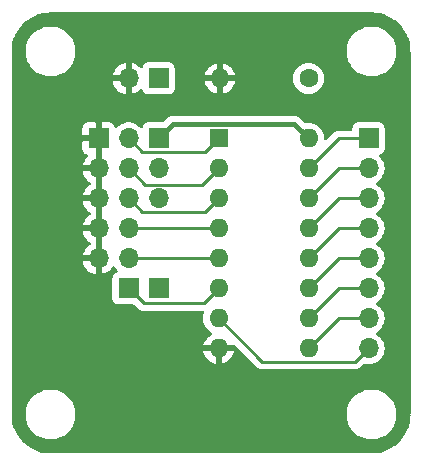
<source format=gtl>
G04 #@! TF.GenerationSoftware,KiCad,Pcbnew,(6.0.0)*
G04 #@! TF.CreationDate,2022-11-09T00:12:50-05:00*
G04 #@! TF.ProjectId,chip select multiplexer,63686970-2073-4656-9c65-6374206d756c,rev?*
G04 #@! TF.SameCoordinates,Original*
G04 #@! TF.FileFunction,Copper,L1,Top*
G04 #@! TF.FilePolarity,Positive*
%FSLAX46Y46*%
G04 Gerber Fmt 4.6, Leading zero omitted, Abs format (unit mm)*
G04 Created by KiCad (PCBNEW (6.0.0)) date 2022-11-09 00:12:50*
%MOMM*%
%LPD*%
G01*
G04 APERTURE LIST*
G04 #@! TA.AperFunction,ComponentPad*
%ADD10R,1.700000X1.700000*%
G04 #@! TD*
G04 #@! TA.AperFunction,ComponentPad*
%ADD11O,1.700000X1.700000*%
G04 #@! TD*
G04 #@! TA.AperFunction,ComponentPad*
%ADD12R,1.600000X1.600000*%
G04 #@! TD*
G04 #@! TA.AperFunction,ComponentPad*
%ADD13O,1.600000X1.600000*%
G04 #@! TD*
G04 #@! TA.AperFunction,ComponentPad*
%ADD14C,1.600000*%
G04 #@! TD*
G04 #@! TA.AperFunction,Conductor*
%ADD15C,0.400000*%
G04 #@! TD*
G04 #@! TA.AperFunction,Conductor*
%ADD16C,0.250000*%
G04 #@! TD*
G04 APERTURE END LIST*
D10*
X127000000Y-81280000D03*
D11*
X127000000Y-83820000D03*
X127000000Y-86360000D03*
X127000000Y-88900000D03*
X127000000Y-91440000D03*
D10*
X132080000Y-81280000D03*
D11*
X132080000Y-83820000D03*
X132080000Y-86360000D03*
D10*
X129540000Y-93980000D03*
D11*
X129540000Y-91440000D03*
X129540000Y-88900000D03*
X129540000Y-86360000D03*
X129540000Y-83820000D03*
X129540000Y-81280000D03*
D10*
X132080000Y-93980000D03*
D12*
X137160000Y-81280000D03*
D13*
X137160000Y-83820000D03*
X137160000Y-86360000D03*
X137160000Y-88900000D03*
X137160000Y-91440000D03*
X137160000Y-93980000D03*
X137160000Y-96520000D03*
X137160000Y-99060000D03*
X144780000Y-99060000D03*
X144780000Y-96520000D03*
X144780000Y-93980000D03*
X144780000Y-91440000D03*
X144780000Y-88900000D03*
X144780000Y-86360000D03*
X144780000Y-83820000D03*
X144780000Y-81280000D03*
D14*
X144780000Y-76200000D03*
D13*
X137280000Y-76200000D03*
D10*
X132080000Y-76200000D03*
D11*
X129540000Y-76200000D03*
D10*
X149860000Y-81280000D03*
D11*
X149860000Y-83820000D03*
X149860000Y-86360000D03*
X149860000Y-88900000D03*
X149860000Y-91440000D03*
X149860000Y-93980000D03*
X149860000Y-96520000D03*
X149860000Y-99060000D03*
D15*
X133279511Y-80080489D02*
X143580489Y-80080489D01*
X143580489Y-80080489D02*
X144780000Y-81280000D01*
X132080000Y-81280000D02*
X133279511Y-80080489D01*
D16*
X135890000Y-95250000D02*
X130810000Y-95250000D01*
X137160000Y-93980000D02*
X135890000Y-95250000D01*
X130810000Y-95250000D02*
X129540000Y-93980000D01*
X137160000Y-91440000D02*
X129540000Y-91440000D01*
X137160000Y-88900000D02*
X129540000Y-88900000D01*
X130714511Y-87534511D02*
X129540000Y-86360000D01*
X135985489Y-87534511D02*
X137160000Y-86360000D01*
X135985489Y-87534511D02*
X130714511Y-87534511D01*
X130905489Y-85185489D02*
X129540000Y-83820000D01*
X135794511Y-85185489D02*
X137160000Y-83820000D01*
X135794511Y-85185489D02*
X130905489Y-85185489D01*
X135985489Y-82454511D02*
X130714511Y-82454511D01*
X130714511Y-82454511D02*
X129540000Y-81280000D01*
X135985489Y-82454511D02*
X137160000Y-81280000D01*
X149860000Y-81280000D02*
X147320000Y-81280000D01*
X147320000Y-81280000D02*
X144780000Y-83820000D01*
X147320000Y-83820000D02*
X144780000Y-86360000D01*
X149860000Y-83820000D02*
X147320000Y-83820000D01*
X147320000Y-86360000D02*
X144780000Y-88900000D01*
X149860000Y-86360000D02*
X147320000Y-86360000D01*
X147320000Y-88900000D02*
X144780000Y-91440000D01*
X149860000Y-88900000D02*
X147320000Y-88900000D01*
X149860000Y-91440000D02*
X147320000Y-91440000D01*
X147320000Y-91440000D02*
X144780000Y-93980000D01*
X149860000Y-93980000D02*
X147320000Y-93980000D01*
X147320000Y-93980000D02*
X144780000Y-96520000D01*
X147320000Y-96520000D02*
X144780000Y-99060000D01*
X149860000Y-96520000D02*
X147320000Y-96520000D01*
X149860000Y-99060000D02*
X148735489Y-100184511D01*
X148735489Y-100184511D02*
X140824511Y-100184511D01*
X140824511Y-100184511D02*
X137160000Y-96520000D01*
G04 #@! TA.AperFunction,Conductor*
G36*
X150084057Y-70613500D02*
G01*
X150098858Y-70615805D01*
X150098861Y-70615805D01*
X150107730Y-70617186D01*
X150126411Y-70614743D01*
X150149342Y-70613852D01*
X150452557Y-70629743D01*
X150465665Y-70631120D01*
X150705285Y-70669072D01*
X150794002Y-70683123D01*
X150806902Y-70685865D01*
X151128000Y-70771903D01*
X151140536Y-70775977D01*
X151413358Y-70880703D01*
X151450876Y-70895105D01*
X151462924Y-70900469D01*
X151759120Y-71051388D01*
X151770536Y-71057979D01*
X152049334Y-71239033D01*
X152059996Y-71246779D01*
X152318344Y-71455984D01*
X152328145Y-71464810D01*
X152563190Y-71699855D01*
X152572015Y-71709655D01*
X152714787Y-71885964D01*
X152781221Y-71968004D01*
X152788967Y-71978666D01*
X152970018Y-72257459D01*
X152976612Y-72268880D01*
X153127531Y-72565076D01*
X153132895Y-72577124D01*
X153252021Y-72887456D01*
X153256097Y-72900000D01*
X153342135Y-73221098D01*
X153344877Y-73233998D01*
X153385760Y-73492124D01*
X153396879Y-73562329D01*
X153398257Y-73575443D01*
X153408823Y-73777049D01*
X153413764Y-73871330D01*
X153412436Y-73897312D01*
X153412195Y-73898856D01*
X153412195Y-73898860D01*
X153410814Y-73907730D01*
X153411978Y-73916632D01*
X153411978Y-73916635D01*
X153414936Y-73939251D01*
X153416000Y-73955589D01*
X153416000Y-104598672D01*
X153414500Y-104618056D01*
X153410814Y-104641730D01*
X153413257Y-104660410D01*
X153414148Y-104683343D01*
X153398257Y-104986554D01*
X153396880Y-104999665D01*
X153383656Y-105083159D01*
X153344877Y-105328002D01*
X153342135Y-105340902D01*
X153256097Y-105662000D01*
X153252021Y-105674544D01*
X153132895Y-105984876D01*
X153127531Y-105996924D01*
X152976612Y-106293120D01*
X152970021Y-106304536D01*
X152788967Y-106583334D01*
X152781224Y-106593992D01*
X152572016Y-106852344D01*
X152563190Y-106862145D01*
X152328145Y-107097190D01*
X152318344Y-107106016D01*
X152059996Y-107315221D01*
X152049334Y-107322967D01*
X151770536Y-107504021D01*
X151759120Y-107510612D01*
X151462924Y-107661531D01*
X151450875Y-107666895D01*
X151140536Y-107786023D01*
X151128000Y-107790097D01*
X150806902Y-107876135D01*
X150794002Y-107878877D01*
X150705285Y-107892928D01*
X150465665Y-107930880D01*
X150452557Y-107932257D01*
X150156666Y-107947764D01*
X150130688Y-107946436D01*
X150129144Y-107946195D01*
X150129140Y-107946195D01*
X150120270Y-107944814D01*
X150111368Y-107945978D01*
X150111365Y-107945978D01*
X150088749Y-107948936D01*
X150072411Y-107950000D01*
X122985328Y-107950000D01*
X122965943Y-107948500D01*
X122951142Y-107946195D01*
X122951139Y-107946195D01*
X122942270Y-107944814D01*
X122923589Y-107947257D01*
X122900658Y-107948148D01*
X122597443Y-107932257D01*
X122584335Y-107930880D01*
X122344715Y-107892928D01*
X122255998Y-107878877D01*
X122243098Y-107876135D01*
X121922000Y-107790097D01*
X121909464Y-107786023D01*
X121599125Y-107666895D01*
X121587076Y-107661531D01*
X121290880Y-107510612D01*
X121279464Y-107504021D01*
X121000666Y-107322967D01*
X120990004Y-107315221D01*
X120731656Y-107106016D01*
X120721855Y-107097190D01*
X120486810Y-106862145D01*
X120477984Y-106852344D01*
X120268776Y-106593992D01*
X120261033Y-106583334D01*
X120079979Y-106304536D01*
X120073388Y-106293120D01*
X119922469Y-105996924D01*
X119917105Y-105984876D01*
X119797979Y-105674544D01*
X119793903Y-105662000D01*
X119707865Y-105340902D01*
X119705123Y-105328002D01*
X119666344Y-105083159D01*
X119653120Y-104999665D01*
X119651743Y-104986554D01*
X119641887Y-104798488D01*
X119640955Y-104780703D01*
X120826743Y-104780703D01*
X120864268Y-105065734D01*
X120940129Y-105343036D01*
X120941813Y-105346984D01*
X120982460Y-105442278D01*
X121052923Y-105607476D01*
X121200561Y-105854161D01*
X121380313Y-106078528D01*
X121588851Y-106276423D01*
X121822317Y-106444186D01*
X121826112Y-106446195D01*
X121826113Y-106446196D01*
X121847869Y-106457715D01*
X122076392Y-106578712D01*
X122346373Y-106677511D01*
X122627264Y-106738755D01*
X122655841Y-106741004D01*
X122850282Y-106756307D01*
X122850291Y-106756307D01*
X122852739Y-106756500D01*
X123008271Y-106756500D01*
X123010407Y-106756354D01*
X123010418Y-106756354D01*
X123218548Y-106742165D01*
X123218554Y-106742164D01*
X123222825Y-106741873D01*
X123227020Y-106741004D01*
X123227022Y-106741004D01*
X123363584Y-106712723D01*
X123504342Y-106683574D01*
X123775343Y-106587607D01*
X124030812Y-106455750D01*
X124034313Y-106453289D01*
X124034317Y-106453287D01*
X124148418Y-106373095D01*
X124266023Y-106290441D01*
X124476622Y-106094740D01*
X124658713Y-105872268D01*
X124808927Y-105627142D01*
X124924483Y-105363898D01*
X125003244Y-105087406D01*
X125043751Y-104802784D01*
X125043845Y-104784951D01*
X125043867Y-104780703D01*
X148004743Y-104780703D01*
X148042268Y-105065734D01*
X148118129Y-105343036D01*
X148119813Y-105346984D01*
X148160460Y-105442278D01*
X148230923Y-105607476D01*
X148378561Y-105854161D01*
X148558313Y-106078528D01*
X148766851Y-106276423D01*
X149000317Y-106444186D01*
X149004112Y-106446195D01*
X149004113Y-106446196D01*
X149025869Y-106457715D01*
X149254392Y-106578712D01*
X149524373Y-106677511D01*
X149805264Y-106738755D01*
X149833841Y-106741004D01*
X150028282Y-106756307D01*
X150028291Y-106756307D01*
X150030739Y-106756500D01*
X150186271Y-106756500D01*
X150188407Y-106756354D01*
X150188418Y-106756354D01*
X150396548Y-106742165D01*
X150396554Y-106742164D01*
X150400825Y-106741873D01*
X150405020Y-106741004D01*
X150405022Y-106741004D01*
X150541584Y-106712723D01*
X150682342Y-106683574D01*
X150953343Y-106587607D01*
X151208812Y-106455750D01*
X151212313Y-106453289D01*
X151212317Y-106453287D01*
X151326418Y-106373095D01*
X151444023Y-106290441D01*
X151654622Y-106094740D01*
X151836713Y-105872268D01*
X151986927Y-105627142D01*
X152102483Y-105363898D01*
X152181244Y-105087406D01*
X152221751Y-104802784D01*
X152221845Y-104784951D01*
X152223235Y-104519583D01*
X152223235Y-104519576D01*
X152223257Y-104515297D01*
X152185732Y-104230266D01*
X152109871Y-103952964D01*
X151997077Y-103688524D01*
X151849439Y-103441839D01*
X151669687Y-103217472D01*
X151461149Y-103019577D01*
X151227683Y-102851814D01*
X151205843Y-102840250D01*
X151182654Y-102827972D01*
X150973608Y-102717288D01*
X150703627Y-102618489D01*
X150422736Y-102557245D01*
X150391685Y-102554801D01*
X150199718Y-102539693D01*
X150199709Y-102539693D01*
X150197261Y-102539500D01*
X150041729Y-102539500D01*
X150039593Y-102539646D01*
X150039582Y-102539646D01*
X149831452Y-102553835D01*
X149831446Y-102553836D01*
X149827175Y-102554127D01*
X149822980Y-102554996D01*
X149822978Y-102554996D01*
X149686417Y-102583276D01*
X149545658Y-102612426D01*
X149274657Y-102708393D01*
X149019188Y-102840250D01*
X149015687Y-102842711D01*
X149015683Y-102842713D01*
X149005594Y-102849804D01*
X148783977Y-103005559D01*
X148573378Y-103201260D01*
X148391287Y-103423732D01*
X148241073Y-103668858D01*
X148125517Y-103932102D01*
X148046756Y-104208594D01*
X148006249Y-104493216D01*
X148006227Y-104497505D01*
X148006226Y-104497512D01*
X148004765Y-104776417D01*
X148004743Y-104780703D01*
X125043867Y-104780703D01*
X125045235Y-104519583D01*
X125045235Y-104519576D01*
X125045257Y-104515297D01*
X125007732Y-104230266D01*
X124931871Y-103952964D01*
X124819077Y-103688524D01*
X124671439Y-103441839D01*
X124491687Y-103217472D01*
X124283149Y-103019577D01*
X124049683Y-102851814D01*
X124027843Y-102840250D01*
X124004654Y-102827972D01*
X123795608Y-102717288D01*
X123525627Y-102618489D01*
X123244736Y-102557245D01*
X123213685Y-102554801D01*
X123021718Y-102539693D01*
X123021709Y-102539693D01*
X123019261Y-102539500D01*
X122863729Y-102539500D01*
X122861593Y-102539646D01*
X122861582Y-102539646D01*
X122653452Y-102553835D01*
X122653446Y-102553836D01*
X122649175Y-102554127D01*
X122644980Y-102554996D01*
X122644978Y-102554996D01*
X122508417Y-102583276D01*
X122367658Y-102612426D01*
X122096657Y-102708393D01*
X121841188Y-102840250D01*
X121837687Y-102842711D01*
X121837683Y-102842713D01*
X121827594Y-102849804D01*
X121605977Y-103005559D01*
X121395378Y-103201260D01*
X121213287Y-103423732D01*
X121063073Y-103668858D01*
X120947517Y-103932102D01*
X120868756Y-104208594D01*
X120828249Y-104493216D01*
X120828227Y-104497505D01*
X120828226Y-104497512D01*
X120826765Y-104776417D01*
X120826743Y-104780703D01*
X119640955Y-104780703D01*
X119636236Y-104690666D01*
X119637564Y-104664688D01*
X119637805Y-104663144D01*
X119637805Y-104663140D01*
X119639186Y-104654270D01*
X119637547Y-104641730D01*
X119635064Y-104622749D01*
X119634000Y-104606411D01*
X119634000Y-99326522D01*
X135877273Y-99326522D01*
X135924764Y-99503761D01*
X135928510Y-99514053D01*
X136020586Y-99711511D01*
X136026069Y-99721007D01*
X136151028Y-99899467D01*
X136158084Y-99907875D01*
X136312125Y-100061916D01*
X136320533Y-100068972D01*
X136498993Y-100193931D01*
X136508489Y-100199414D01*
X136705947Y-100291490D01*
X136716239Y-100295236D01*
X136888503Y-100341394D01*
X136902599Y-100341058D01*
X136906000Y-100333116D01*
X136906000Y-100327967D01*
X137414000Y-100327967D01*
X137417973Y-100341498D01*
X137426522Y-100342727D01*
X137603761Y-100295236D01*
X137614053Y-100291490D01*
X137811511Y-100199414D01*
X137821007Y-100193931D01*
X137999467Y-100068972D01*
X138007875Y-100061916D01*
X138161916Y-99907875D01*
X138168972Y-99899467D01*
X138293931Y-99721007D01*
X138299414Y-99711511D01*
X138391490Y-99514053D01*
X138395236Y-99503761D01*
X138441394Y-99331497D01*
X138441058Y-99317401D01*
X138433116Y-99314000D01*
X137432115Y-99314000D01*
X137416876Y-99318475D01*
X137415671Y-99319865D01*
X137414000Y-99327548D01*
X137414000Y-100327967D01*
X136906000Y-100327967D01*
X136906000Y-99332115D01*
X136901525Y-99316876D01*
X136900135Y-99315671D01*
X136892452Y-99314000D01*
X135892033Y-99314000D01*
X135878502Y-99317973D01*
X135877273Y-99326522D01*
X119634000Y-99326522D01*
X119634000Y-91707966D01*
X125668257Y-91707966D01*
X125698565Y-91842446D01*
X125701645Y-91852275D01*
X125781770Y-92049603D01*
X125786413Y-92058794D01*
X125897694Y-92240388D01*
X125903777Y-92248699D01*
X126043213Y-92409667D01*
X126050580Y-92416883D01*
X126214434Y-92552916D01*
X126222881Y-92558831D01*
X126406756Y-92666279D01*
X126416042Y-92670729D01*
X126615001Y-92746703D01*
X126624899Y-92749579D01*
X126728250Y-92770606D01*
X126742299Y-92769410D01*
X126746000Y-92759065D01*
X126746000Y-92758517D01*
X127254000Y-92758517D01*
X127258064Y-92772359D01*
X127271478Y-92774393D01*
X127278184Y-92773534D01*
X127288262Y-92771392D01*
X127492255Y-92710191D01*
X127501842Y-92706433D01*
X127693095Y-92612739D01*
X127701945Y-92607464D01*
X127875328Y-92483792D01*
X127883200Y-92477139D01*
X128034052Y-92326812D01*
X128040730Y-92318965D01*
X128168022Y-92141819D01*
X128169279Y-92142722D01*
X128216373Y-92099362D01*
X128286311Y-92087145D01*
X128351751Y-92114678D01*
X128379579Y-92146511D01*
X128439987Y-92245088D01*
X128586250Y-92413938D01*
X128590230Y-92417242D01*
X128594981Y-92421187D01*
X128634616Y-92480090D01*
X128636113Y-92551071D01*
X128598997Y-92611593D01*
X128558725Y-92636112D01*
X128478255Y-92666279D01*
X128443295Y-92679385D01*
X128326739Y-92766739D01*
X128239385Y-92883295D01*
X128188255Y-93019684D01*
X128181500Y-93081866D01*
X128181500Y-94878134D01*
X128188255Y-94940316D01*
X128239385Y-95076705D01*
X128326739Y-95193261D01*
X128443295Y-95280615D01*
X128579684Y-95331745D01*
X128641866Y-95338500D01*
X129950406Y-95338500D01*
X130018527Y-95358502D01*
X130039501Y-95375405D01*
X130306343Y-95642247D01*
X130313887Y-95650537D01*
X130318000Y-95657018D01*
X130323777Y-95662443D01*
X130367667Y-95703658D01*
X130370509Y-95706413D01*
X130390230Y-95726134D01*
X130393425Y-95728612D01*
X130402447Y-95736318D01*
X130434679Y-95766586D01*
X130441628Y-95770406D01*
X130452432Y-95776346D01*
X130468956Y-95787199D01*
X130484959Y-95799613D01*
X130525543Y-95817176D01*
X130536173Y-95822383D01*
X130574940Y-95843695D01*
X130582617Y-95845666D01*
X130582622Y-95845668D01*
X130594558Y-95848732D01*
X130613266Y-95855137D01*
X130631855Y-95863181D01*
X130639683Y-95864421D01*
X130639690Y-95864423D01*
X130675524Y-95870099D01*
X130687144Y-95872505D01*
X130718959Y-95880673D01*
X130729970Y-95883500D01*
X130750224Y-95883500D01*
X130769934Y-95885051D01*
X130789943Y-95888220D01*
X130797835Y-95887474D01*
X130828788Y-95884548D01*
X130833962Y-95884059D01*
X130845819Y-95883500D01*
X135811233Y-95883500D01*
X135822418Y-95884027D01*
X135829909Y-95885702D01*
X135830126Y-95885695D01*
X135892876Y-95910745D01*
X135934115Y-95968536D01*
X135937562Y-96039449D01*
X135929280Y-96063114D01*
X135925716Y-96070757D01*
X135924294Y-96076065D01*
X135924293Y-96076067D01*
X135867883Y-96286591D01*
X135866457Y-96291913D01*
X135846502Y-96520000D01*
X135866457Y-96748087D01*
X135867880Y-96753398D01*
X135867881Y-96753402D01*
X135883460Y-96811541D01*
X135925716Y-96969243D01*
X135928039Y-96974224D01*
X135928039Y-96974225D01*
X136020151Y-97171762D01*
X136020154Y-97171767D01*
X136022477Y-97176749D01*
X136025634Y-97181257D01*
X136129078Y-97328990D01*
X136153802Y-97364300D01*
X136315700Y-97526198D01*
X136320208Y-97529355D01*
X136320211Y-97529357D01*
X136360445Y-97557529D01*
X136503251Y-97657523D01*
X136508233Y-97659846D01*
X136508238Y-97659849D01*
X136543049Y-97676081D01*
X136596334Y-97722998D01*
X136615795Y-97791275D01*
X136595253Y-97859235D01*
X136543049Y-97904471D01*
X136508489Y-97920586D01*
X136498993Y-97926069D01*
X136320533Y-98051028D01*
X136312125Y-98058084D01*
X136158084Y-98212125D01*
X136151028Y-98220533D01*
X136026069Y-98398993D01*
X136020586Y-98408489D01*
X135928510Y-98605947D01*
X135924764Y-98616239D01*
X135878606Y-98788503D01*
X135878942Y-98802599D01*
X135886884Y-98806000D01*
X138427967Y-98806000D01*
X138450645Y-98799341D01*
X138521641Y-98799341D01*
X138575238Y-98831142D01*
X140320854Y-100576758D01*
X140328398Y-100585048D01*
X140332511Y-100591529D01*
X140338288Y-100596954D01*
X140382178Y-100638169D01*
X140385020Y-100640924D01*
X140404741Y-100660645D01*
X140407936Y-100663123D01*
X140416958Y-100670829D01*
X140449190Y-100701097D01*
X140456139Y-100704917D01*
X140466943Y-100710857D01*
X140483467Y-100721710D01*
X140499470Y-100734124D01*
X140540054Y-100751687D01*
X140550684Y-100756894D01*
X140589451Y-100778206D01*
X140597128Y-100780177D01*
X140597133Y-100780179D01*
X140609069Y-100783243D01*
X140627777Y-100789648D01*
X140646366Y-100797692D01*
X140654194Y-100798932D01*
X140654201Y-100798934D01*
X140690035Y-100804610D01*
X140701655Y-100807016D01*
X140733470Y-100815184D01*
X140744481Y-100818011D01*
X140764735Y-100818011D01*
X140784445Y-100819562D01*
X140804454Y-100822731D01*
X140812346Y-100821985D01*
X140831091Y-100820213D01*
X140848473Y-100818570D01*
X140860330Y-100818011D01*
X148656722Y-100818011D01*
X148667905Y-100818538D01*
X148675398Y-100820213D01*
X148683324Y-100819964D01*
X148683325Y-100819964D01*
X148743475Y-100818073D01*
X148747434Y-100818011D01*
X148775345Y-100818011D01*
X148779280Y-100817514D01*
X148779345Y-100817506D01*
X148791182Y-100816573D01*
X148823440Y-100815559D01*
X148827459Y-100815433D01*
X148835378Y-100815184D01*
X148854832Y-100809532D01*
X148874189Y-100805524D01*
X148886419Y-100803979D01*
X148886420Y-100803979D01*
X148894286Y-100802985D01*
X148901657Y-100800066D01*
X148901659Y-100800066D01*
X148935401Y-100786707D01*
X148946631Y-100782862D01*
X148981472Y-100772740D01*
X148981473Y-100772740D01*
X148989082Y-100770529D01*
X148995901Y-100766496D01*
X148995906Y-100766494D01*
X149006517Y-100760218D01*
X149024265Y-100751523D01*
X149043106Y-100744063D01*
X149063476Y-100729264D01*
X149078876Y-100718075D01*
X149088796Y-100711559D01*
X149120024Y-100693091D01*
X149120027Y-100693089D01*
X149126851Y-100689053D01*
X149141172Y-100674732D01*
X149156206Y-100661891D01*
X149157921Y-100660645D01*
X149172596Y-100649983D01*
X149200787Y-100615906D01*
X149208777Y-100607127D01*
X149404549Y-100411355D01*
X149466861Y-100377329D01*
X149518762Y-100376979D01*
X149698597Y-100413567D01*
X149703772Y-100413757D01*
X149703774Y-100413757D01*
X149916673Y-100421564D01*
X149916677Y-100421564D01*
X149921837Y-100421753D01*
X149926957Y-100421097D01*
X149926959Y-100421097D01*
X150138288Y-100394025D01*
X150138289Y-100394025D01*
X150143416Y-100393368D01*
X150148366Y-100391883D01*
X150352429Y-100330661D01*
X150352434Y-100330659D01*
X150357384Y-100329174D01*
X150557994Y-100230896D01*
X150739860Y-100101173D01*
X150779255Y-100061916D01*
X150894435Y-99947137D01*
X150898096Y-99943489D01*
X151028453Y-99762077D01*
X151127430Y-99561811D01*
X151177409Y-99397310D01*
X151190865Y-99353023D01*
X151190865Y-99353021D01*
X151192370Y-99348069D01*
X151221529Y-99126590D01*
X151223156Y-99060000D01*
X151204852Y-98837361D01*
X151150431Y-98620702D01*
X151061354Y-98415840D01*
X150940014Y-98228277D01*
X150789670Y-98063051D01*
X150785619Y-98059852D01*
X150785615Y-98059848D01*
X150618414Y-97927800D01*
X150618410Y-97927798D01*
X150614359Y-97924598D01*
X150573053Y-97901796D01*
X150523084Y-97851364D01*
X150508312Y-97781921D01*
X150533428Y-97715516D01*
X150560780Y-97688909D01*
X150609207Y-97654366D01*
X150739860Y-97561173D01*
X150771788Y-97529357D01*
X150894435Y-97407137D01*
X150898096Y-97403489D01*
X150929498Y-97359789D01*
X151025435Y-97226277D01*
X151028453Y-97222077D01*
X151032611Y-97213665D01*
X151125136Y-97026453D01*
X151125137Y-97026451D01*
X151127430Y-97021811D01*
X151192370Y-96808069D01*
X151221529Y-96586590D01*
X151223156Y-96520000D01*
X151204852Y-96297361D01*
X151150431Y-96080702D01*
X151061354Y-95875840D01*
X151000079Y-95781123D01*
X150942822Y-95692617D01*
X150942820Y-95692614D01*
X150940014Y-95688277D01*
X150789670Y-95523051D01*
X150785619Y-95519852D01*
X150785615Y-95519848D01*
X150618414Y-95387800D01*
X150618410Y-95387798D01*
X150614359Y-95384598D01*
X150573053Y-95361796D01*
X150523084Y-95311364D01*
X150508312Y-95241921D01*
X150533428Y-95175516D01*
X150560780Y-95148909D01*
X150609207Y-95114366D01*
X150739860Y-95021173D01*
X150771788Y-94989357D01*
X150883400Y-94878134D01*
X150898096Y-94863489D01*
X150929498Y-94819789D01*
X151025435Y-94686277D01*
X151028453Y-94682077D01*
X151032611Y-94673665D01*
X151125136Y-94486453D01*
X151125137Y-94486451D01*
X151127430Y-94481811D01*
X151192370Y-94268069D01*
X151221529Y-94046590D01*
X151223156Y-93980000D01*
X151204852Y-93757361D01*
X151150431Y-93540702D01*
X151061354Y-93335840D01*
X150940014Y-93148277D01*
X150789670Y-92983051D01*
X150785619Y-92979852D01*
X150785615Y-92979848D01*
X150618414Y-92847800D01*
X150618410Y-92847798D01*
X150614359Y-92844598D01*
X150573053Y-92821796D01*
X150523084Y-92771364D01*
X150508312Y-92701921D01*
X150533428Y-92635516D01*
X150560780Y-92608909D01*
X150609207Y-92574366D01*
X150739860Y-92481173D01*
X150771788Y-92449357D01*
X150894435Y-92327137D01*
X150898096Y-92323489D01*
X150929498Y-92279789D01*
X151025435Y-92146277D01*
X151028453Y-92142077D01*
X151032145Y-92134608D01*
X151125136Y-91946453D01*
X151125137Y-91946451D01*
X151127430Y-91941811D01*
X151192370Y-91728069D01*
X151221529Y-91506590D01*
X151223156Y-91440000D01*
X151204852Y-91217361D01*
X151150431Y-91000702D01*
X151061354Y-90795840D01*
X150940014Y-90608277D01*
X150789670Y-90443051D01*
X150785619Y-90439852D01*
X150785615Y-90439848D01*
X150618414Y-90307800D01*
X150618410Y-90307798D01*
X150614359Y-90304598D01*
X150573053Y-90281796D01*
X150523084Y-90231364D01*
X150508312Y-90161921D01*
X150533428Y-90095516D01*
X150560780Y-90068909D01*
X150609207Y-90034366D01*
X150739860Y-89941173D01*
X150771788Y-89909357D01*
X150894435Y-89787137D01*
X150898096Y-89783489D01*
X150929498Y-89739789D01*
X151025435Y-89606277D01*
X151028453Y-89602077D01*
X151032145Y-89594608D01*
X151125136Y-89406453D01*
X151125137Y-89406451D01*
X151127430Y-89401811D01*
X151192370Y-89188069D01*
X151221529Y-88966590D01*
X151223156Y-88900000D01*
X151204852Y-88677361D01*
X151150431Y-88460702D01*
X151061354Y-88255840D01*
X150940014Y-88068277D01*
X150789670Y-87903051D01*
X150785619Y-87899852D01*
X150785615Y-87899848D01*
X150618414Y-87767800D01*
X150618410Y-87767798D01*
X150614359Y-87764598D01*
X150573053Y-87741796D01*
X150523084Y-87691364D01*
X150508312Y-87621921D01*
X150533428Y-87555516D01*
X150560780Y-87528909D01*
X150609207Y-87494366D01*
X150739860Y-87401173D01*
X150771788Y-87369357D01*
X150894435Y-87247137D01*
X150898096Y-87243489D01*
X150929498Y-87199789D01*
X151025435Y-87066277D01*
X151028453Y-87062077D01*
X151032611Y-87053665D01*
X151125136Y-86866453D01*
X151125137Y-86866451D01*
X151127430Y-86861811D01*
X151192370Y-86648069D01*
X151221529Y-86426590D01*
X151223156Y-86360000D01*
X151204852Y-86137361D01*
X151150431Y-85920702D01*
X151061354Y-85715840D01*
X150940014Y-85528277D01*
X150789670Y-85363051D01*
X150785619Y-85359852D01*
X150785615Y-85359848D01*
X150618414Y-85227800D01*
X150618410Y-85227798D01*
X150614359Y-85224598D01*
X150573053Y-85201796D01*
X150523084Y-85151364D01*
X150508312Y-85081921D01*
X150533428Y-85015516D01*
X150560780Y-84988909D01*
X150609207Y-84954366D01*
X150739860Y-84861173D01*
X150771788Y-84829357D01*
X150894435Y-84707137D01*
X150898096Y-84703489D01*
X150929498Y-84659789D01*
X151025435Y-84526277D01*
X151028453Y-84522077D01*
X151032611Y-84513665D01*
X151125136Y-84326453D01*
X151125138Y-84326448D01*
X151127430Y-84321811D01*
X151192370Y-84108069D01*
X151221529Y-83886590D01*
X151223156Y-83820000D01*
X151204852Y-83597361D01*
X151150431Y-83380702D01*
X151061354Y-83175840D01*
X150940014Y-82988277D01*
X150920405Y-82966727D01*
X150792798Y-82826488D01*
X150761746Y-82762642D01*
X150770141Y-82692143D01*
X150815317Y-82637375D01*
X150841761Y-82623706D01*
X150948297Y-82583767D01*
X150956705Y-82580615D01*
X151073261Y-82493261D01*
X151160615Y-82376705D01*
X151211745Y-82240316D01*
X151218500Y-82178134D01*
X151218500Y-80381866D01*
X151211745Y-80319684D01*
X151160615Y-80183295D01*
X151073261Y-80066739D01*
X150956705Y-79979385D01*
X150820316Y-79928255D01*
X150758134Y-79921500D01*
X148961866Y-79921500D01*
X148899684Y-79928255D01*
X148763295Y-79979385D01*
X148646739Y-80066739D01*
X148559385Y-80183295D01*
X148508255Y-80319684D01*
X148501500Y-80381866D01*
X148501500Y-80520500D01*
X148481498Y-80588621D01*
X148427842Y-80635114D01*
X148375500Y-80646500D01*
X147398763Y-80646500D01*
X147387579Y-80645973D01*
X147380091Y-80644299D01*
X147372168Y-80644548D01*
X147312033Y-80646438D01*
X147308075Y-80646500D01*
X147280144Y-80646500D01*
X147276229Y-80646995D01*
X147276225Y-80646995D01*
X147276167Y-80647003D01*
X147276138Y-80647006D01*
X147264296Y-80647939D01*
X147220110Y-80649327D01*
X147202744Y-80654372D01*
X147200658Y-80654978D01*
X147181306Y-80658986D01*
X147169068Y-80660532D01*
X147169066Y-80660533D01*
X147161203Y-80661526D01*
X147120086Y-80677806D01*
X147108885Y-80681641D01*
X147066406Y-80693982D01*
X147059587Y-80698015D01*
X147059582Y-80698017D01*
X147048971Y-80704293D01*
X147031221Y-80712990D01*
X147012383Y-80720448D01*
X147005967Y-80725109D01*
X147005966Y-80725110D01*
X146976625Y-80746428D01*
X146966701Y-80752947D01*
X146935460Y-80771422D01*
X146935455Y-80771426D01*
X146928637Y-80775458D01*
X146914313Y-80789782D01*
X146899281Y-80802621D01*
X146882893Y-80814528D01*
X146856139Y-80846868D01*
X146854712Y-80848593D01*
X146846722Y-80857373D01*
X146306589Y-81397506D01*
X146244277Y-81431532D01*
X146173462Y-81426467D01*
X146116626Y-81383920D01*
X146091815Y-81317400D01*
X146091974Y-81297428D01*
X146093019Y-81285485D01*
X146093019Y-81285475D01*
X146093498Y-81280000D01*
X146073543Y-81051913D01*
X146066600Y-81026000D01*
X146015707Y-80836067D01*
X146015706Y-80836065D01*
X146014284Y-80830757D01*
X146004281Y-80809305D01*
X145919849Y-80628238D01*
X145919846Y-80628233D01*
X145917523Y-80623251D01*
X145786198Y-80435700D01*
X145624300Y-80273802D01*
X145619792Y-80270645D01*
X145619789Y-80270643D01*
X145484780Y-80176109D01*
X145436749Y-80142477D01*
X145431767Y-80140154D01*
X145431762Y-80140151D01*
X145234225Y-80048039D01*
X145234224Y-80048039D01*
X145229243Y-80045716D01*
X145223935Y-80044294D01*
X145223933Y-80044293D01*
X145013402Y-79987881D01*
X145013400Y-79987881D01*
X145008087Y-79986457D01*
X144780000Y-79966502D01*
X144552064Y-79986444D01*
X144482460Y-79972455D01*
X144451988Y-79950018D01*
X144101939Y-79599969D01*
X144096085Y-79593704D01*
X144094301Y-79591659D01*
X144058050Y-79550104D01*
X144005769Y-79513360D01*
X144000475Y-79509428D01*
X143956182Y-79474698D01*
X143950207Y-79470013D01*
X143943291Y-79466890D01*
X143941005Y-79465506D01*
X143926324Y-79457132D01*
X143923964Y-79455867D01*
X143917750Y-79451499D01*
X143910671Y-79448739D01*
X143910669Y-79448738D01*
X143858214Y-79428287D01*
X143852145Y-79425736D01*
X143793916Y-79399444D01*
X143786449Y-79398060D01*
X143783894Y-79397259D01*
X143767641Y-79392630D01*
X143765061Y-79391967D01*
X143757980Y-79389207D01*
X143750449Y-79388216D01*
X143750447Y-79388215D01*
X143720828Y-79384316D01*
X143694628Y-79380867D01*
X143688130Y-79379837D01*
X143625303Y-79368193D01*
X143617723Y-79368630D01*
X143617722Y-79368630D01*
X143563097Y-79371780D01*
X143555843Y-79371989D01*
X133308438Y-79371989D01*
X133299869Y-79371697D01*
X133249736Y-79368279D01*
X133249732Y-79368279D01*
X133242159Y-79367763D01*
X133179192Y-79378753D01*
X133172680Y-79379713D01*
X133109269Y-79387387D01*
X133102168Y-79390070D01*
X133099559Y-79390711D01*
X133083226Y-79395180D01*
X133080706Y-79395941D01*
X133073228Y-79397246D01*
X133066276Y-79400298D01*
X133066275Y-79400298D01*
X133014715Y-79422930D01*
X133008610Y-79425421D01*
X132955967Y-79445314D01*
X132955963Y-79445316D01*
X132948855Y-79448002D01*
X132942594Y-79452305D01*
X132940228Y-79453542D01*
X132925448Y-79461769D01*
X132923163Y-79463120D01*
X132916206Y-79466174D01*
X132910186Y-79470794D01*
X132910180Y-79470797D01*
X132879053Y-79494683D01*
X132865509Y-79505076D01*
X132860179Y-79508948D01*
X132813791Y-79540828D01*
X132813786Y-79540833D01*
X132807530Y-79545132D01*
X132802479Y-79550802D01*
X132802477Y-79550803D01*
X132766076Y-79591659D01*
X132761095Y-79596935D01*
X132473435Y-79884595D01*
X132411123Y-79918621D01*
X132384340Y-79921500D01*
X131181866Y-79921500D01*
X131119684Y-79928255D01*
X130983295Y-79979385D01*
X130866739Y-80066739D01*
X130779385Y-80183295D01*
X130776233Y-80191703D01*
X130734919Y-80301907D01*
X130692277Y-80358671D01*
X130625716Y-80383371D01*
X130556367Y-80368163D01*
X130523743Y-80342476D01*
X130473151Y-80286875D01*
X130473142Y-80286866D01*
X130469670Y-80283051D01*
X130465619Y-80279852D01*
X130465615Y-80279848D01*
X130298414Y-80147800D01*
X130298410Y-80147798D01*
X130294359Y-80144598D01*
X130286304Y-80140151D01*
X130166970Y-80074276D01*
X130098789Y-80036638D01*
X130093920Y-80034914D01*
X130093916Y-80034912D01*
X129893087Y-79963795D01*
X129893083Y-79963794D01*
X129888212Y-79962069D01*
X129883119Y-79961162D01*
X129883116Y-79961161D01*
X129673373Y-79923800D01*
X129673367Y-79923799D01*
X129668284Y-79922894D01*
X129594452Y-79921992D01*
X129450081Y-79920228D01*
X129450079Y-79920228D01*
X129444911Y-79920165D01*
X129224091Y-79953955D01*
X129011756Y-80023357D01*
X128813607Y-80126507D01*
X128809474Y-80129610D01*
X128809471Y-80129612D01*
X128726450Y-80191946D01*
X128634965Y-80260635D01*
X128631393Y-80264373D01*
X128553898Y-80345466D01*
X128492374Y-80380895D01*
X128421462Y-80377438D01*
X128363676Y-80336192D01*
X128344823Y-80302644D01*
X128303324Y-80191946D01*
X128294786Y-80176351D01*
X128218285Y-80074276D01*
X128205724Y-80061715D01*
X128103649Y-79985214D01*
X128088054Y-79976676D01*
X127967606Y-79931522D01*
X127952351Y-79927895D01*
X127901486Y-79922369D01*
X127894672Y-79922000D01*
X127272115Y-79922000D01*
X127256876Y-79926475D01*
X127255671Y-79927865D01*
X127254000Y-79935548D01*
X127254000Y-92758517D01*
X126746000Y-92758517D01*
X126746000Y-91712115D01*
X126741525Y-91696876D01*
X126740135Y-91695671D01*
X126732452Y-91694000D01*
X125683225Y-91694000D01*
X125669694Y-91697973D01*
X125668257Y-91707966D01*
X119634000Y-91707966D01*
X119634000Y-91174183D01*
X125664389Y-91174183D01*
X125665912Y-91182607D01*
X125678292Y-91186000D01*
X126727885Y-91186000D01*
X126743124Y-91181525D01*
X126744329Y-91180135D01*
X126746000Y-91172452D01*
X126746000Y-89172115D01*
X126741525Y-89156876D01*
X126740135Y-89155671D01*
X126732452Y-89154000D01*
X125683225Y-89154000D01*
X125669694Y-89157973D01*
X125668257Y-89167966D01*
X125698565Y-89302446D01*
X125701645Y-89312275D01*
X125781770Y-89509603D01*
X125786413Y-89518794D01*
X125897694Y-89700388D01*
X125903777Y-89708699D01*
X126043213Y-89869667D01*
X126050580Y-89876883D01*
X126214434Y-90012916D01*
X126222881Y-90018831D01*
X126292479Y-90059501D01*
X126341203Y-90111140D01*
X126354274Y-90180923D01*
X126327543Y-90246694D01*
X126287087Y-90280053D01*
X126278462Y-90284542D01*
X126269738Y-90290036D01*
X126099433Y-90417905D01*
X126091726Y-90424748D01*
X125944590Y-90578717D01*
X125938104Y-90586727D01*
X125818098Y-90762649D01*
X125813000Y-90771623D01*
X125723338Y-90964783D01*
X125719775Y-90974470D01*
X125664389Y-91174183D01*
X119634000Y-91174183D01*
X119634000Y-88634183D01*
X125664389Y-88634183D01*
X125665912Y-88642607D01*
X125678292Y-88646000D01*
X126727885Y-88646000D01*
X126743124Y-88641525D01*
X126744329Y-88640135D01*
X126746000Y-88632452D01*
X126746000Y-86632115D01*
X126741525Y-86616876D01*
X126740135Y-86615671D01*
X126732452Y-86614000D01*
X125683225Y-86614000D01*
X125669694Y-86617973D01*
X125668257Y-86627966D01*
X125698565Y-86762446D01*
X125701645Y-86772275D01*
X125781770Y-86969603D01*
X125786413Y-86978794D01*
X125897694Y-87160388D01*
X125903777Y-87168699D01*
X126043213Y-87329667D01*
X126050580Y-87336883D01*
X126214434Y-87472916D01*
X126222881Y-87478831D01*
X126292479Y-87519501D01*
X126341203Y-87571140D01*
X126354274Y-87640923D01*
X126327543Y-87706694D01*
X126287087Y-87740053D01*
X126278462Y-87744542D01*
X126269738Y-87750036D01*
X126099433Y-87877905D01*
X126091726Y-87884748D01*
X125944590Y-88038717D01*
X125938104Y-88046727D01*
X125818098Y-88222649D01*
X125813000Y-88231623D01*
X125723338Y-88424783D01*
X125719775Y-88434470D01*
X125664389Y-88634183D01*
X119634000Y-88634183D01*
X119634000Y-86094183D01*
X125664389Y-86094183D01*
X125665912Y-86102607D01*
X125678292Y-86106000D01*
X126727885Y-86106000D01*
X126743124Y-86101525D01*
X126744329Y-86100135D01*
X126746000Y-86092452D01*
X126746000Y-84092115D01*
X126741525Y-84076876D01*
X126740135Y-84075671D01*
X126732452Y-84074000D01*
X125683225Y-84074000D01*
X125669694Y-84077973D01*
X125668257Y-84087966D01*
X125698565Y-84222446D01*
X125701645Y-84232275D01*
X125781770Y-84429603D01*
X125786413Y-84438794D01*
X125897694Y-84620388D01*
X125903777Y-84628699D01*
X126043213Y-84789667D01*
X126050580Y-84796883D01*
X126214434Y-84932916D01*
X126222881Y-84938831D01*
X126292479Y-84979501D01*
X126341203Y-85031140D01*
X126354274Y-85100923D01*
X126327543Y-85166694D01*
X126287087Y-85200053D01*
X126278462Y-85204542D01*
X126269738Y-85210036D01*
X126099433Y-85337905D01*
X126091726Y-85344748D01*
X125944590Y-85498717D01*
X125938104Y-85506727D01*
X125818098Y-85682649D01*
X125813000Y-85691623D01*
X125723338Y-85884783D01*
X125719775Y-85894470D01*
X125664389Y-86094183D01*
X119634000Y-86094183D01*
X119634000Y-82174669D01*
X125642001Y-82174669D01*
X125642371Y-82181490D01*
X125647895Y-82232352D01*
X125651521Y-82247604D01*
X125696676Y-82368054D01*
X125705214Y-82383649D01*
X125781715Y-82485724D01*
X125794276Y-82498285D01*
X125896351Y-82574786D01*
X125911946Y-82583324D01*
X126021337Y-82624333D01*
X126078101Y-82666975D01*
X126102801Y-82733536D01*
X126087594Y-82802885D01*
X126068201Y-82829366D01*
X125944590Y-82958717D01*
X125938104Y-82966727D01*
X125818098Y-83142649D01*
X125813000Y-83151623D01*
X125723338Y-83344783D01*
X125719775Y-83354470D01*
X125664389Y-83554183D01*
X125665912Y-83562607D01*
X125678292Y-83566000D01*
X126727885Y-83566000D01*
X126743124Y-83561525D01*
X126744329Y-83560135D01*
X126746000Y-83552452D01*
X126746000Y-81552115D01*
X126741525Y-81536876D01*
X126740135Y-81535671D01*
X126732452Y-81534000D01*
X125660116Y-81534000D01*
X125644877Y-81538475D01*
X125643672Y-81539865D01*
X125642001Y-81547548D01*
X125642001Y-82174669D01*
X119634000Y-82174669D01*
X119634000Y-81007885D01*
X125642000Y-81007885D01*
X125646475Y-81023124D01*
X125647865Y-81024329D01*
X125655548Y-81026000D01*
X126727885Y-81026000D01*
X126743124Y-81021525D01*
X126744329Y-81020135D01*
X126746000Y-81012452D01*
X126746000Y-79940116D01*
X126741525Y-79924877D01*
X126740135Y-79923672D01*
X126732452Y-79922001D01*
X126105331Y-79922001D01*
X126098510Y-79922371D01*
X126047648Y-79927895D01*
X126032396Y-79931521D01*
X125911946Y-79976676D01*
X125896351Y-79985214D01*
X125794276Y-80061715D01*
X125781715Y-80074276D01*
X125705214Y-80176351D01*
X125696676Y-80191946D01*
X125651522Y-80312394D01*
X125647895Y-80327649D01*
X125642369Y-80378514D01*
X125642000Y-80385328D01*
X125642000Y-81007885D01*
X119634000Y-81007885D01*
X119634000Y-76467966D01*
X128208257Y-76467966D01*
X128238565Y-76602446D01*
X128241645Y-76612275D01*
X128321770Y-76809603D01*
X128326413Y-76818794D01*
X128437694Y-77000388D01*
X128443777Y-77008699D01*
X128583213Y-77169667D01*
X128590580Y-77176883D01*
X128754434Y-77312916D01*
X128762881Y-77318831D01*
X128946756Y-77426279D01*
X128956042Y-77430729D01*
X129155001Y-77506703D01*
X129164899Y-77509579D01*
X129268250Y-77530606D01*
X129282299Y-77529410D01*
X129286000Y-77519065D01*
X129286000Y-77518517D01*
X129794000Y-77518517D01*
X129798064Y-77532359D01*
X129811478Y-77534393D01*
X129818184Y-77533534D01*
X129828262Y-77531392D01*
X130032255Y-77470191D01*
X130041842Y-77466433D01*
X130233095Y-77372739D01*
X130241945Y-77367464D01*
X130415328Y-77243792D01*
X130423193Y-77237145D01*
X130527897Y-77132805D01*
X130590268Y-77098889D01*
X130661075Y-77104077D01*
X130717837Y-77146723D01*
X130734819Y-77177826D01*
X130779385Y-77296705D01*
X130866739Y-77413261D01*
X130983295Y-77500615D01*
X131119684Y-77551745D01*
X131181866Y-77558500D01*
X132978134Y-77558500D01*
X133040316Y-77551745D01*
X133176705Y-77500615D01*
X133293261Y-77413261D01*
X133380615Y-77296705D01*
X133431745Y-77160316D01*
X133438500Y-77098134D01*
X133438500Y-76466522D01*
X135997273Y-76466522D01*
X136044764Y-76643761D01*
X136048510Y-76654053D01*
X136140586Y-76851511D01*
X136146069Y-76861007D01*
X136271028Y-77039467D01*
X136278084Y-77047875D01*
X136432125Y-77201916D01*
X136440533Y-77208972D01*
X136618993Y-77333931D01*
X136628489Y-77339414D01*
X136825947Y-77431490D01*
X136836239Y-77435236D01*
X137008503Y-77481394D01*
X137022599Y-77481058D01*
X137026000Y-77473116D01*
X137026000Y-77467967D01*
X137534000Y-77467967D01*
X137537973Y-77481498D01*
X137546522Y-77482727D01*
X137723761Y-77435236D01*
X137734053Y-77431490D01*
X137931511Y-77339414D01*
X137941007Y-77333931D01*
X138119467Y-77208972D01*
X138127875Y-77201916D01*
X138281916Y-77047875D01*
X138288972Y-77039467D01*
X138413931Y-76861007D01*
X138419414Y-76851511D01*
X138511490Y-76654053D01*
X138515236Y-76643761D01*
X138561394Y-76471497D01*
X138561058Y-76457401D01*
X138553116Y-76454000D01*
X137552115Y-76454000D01*
X137536876Y-76458475D01*
X137535671Y-76459865D01*
X137534000Y-76467548D01*
X137534000Y-77467967D01*
X137026000Y-77467967D01*
X137026000Y-76472115D01*
X137021525Y-76456876D01*
X137020135Y-76455671D01*
X137012452Y-76454000D01*
X136012033Y-76454000D01*
X135998502Y-76457973D01*
X135997273Y-76466522D01*
X133438500Y-76466522D01*
X133438500Y-76200000D01*
X143466502Y-76200000D01*
X143486457Y-76428087D01*
X143487881Y-76433400D01*
X143487881Y-76433402D01*
X143497143Y-76467966D01*
X143545716Y-76649243D01*
X143548039Y-76654224D01*
X143548039Y-76654225D01*
X143640151Y-76851762D01*
X143640154Y-76851767D01*
X143642477Y-76856749D01*
X143773802Y-77044300D01*
X143935700Y-77206198D01*
X143940208Y-77209355D01*
X143940211Y-77209357D01*
X144018389Y-77264098D01*
X144123251Y-77337523D01*
X144128233Y-77339846D01*
X144128238Y-77339849D01*
X144297212Y-77418642D01*
X144330757Y-77434284D01*
X144336065Y-77435706D01*
X144336067Y-77435707D01*
X144546598Y-77492119D01*
X144546600Y-77492119D01*
X144551913Y-77493543D01*
X144780000Y-77513498D01*
X145008087Y-77493543D01*
X145013400Y-77492119D01*
X145013402Y-77492119D01*
X145223933Y-77435707D01*
X145223935Y-77435706D01*
X145229243Y-77434284D01*
X145262788Y-77418642D01*
X145431762Y-77339849D01*
X145431767Y-77339846D01*
X145436749Y-77337523D01*
X145541611Y-77264098D01*
X145619789Y-77209357D01*
X145619792Y-77209355D01*
X145624300Y-77206198D01*
X145786198Y-77044300D01*
X145917523Y-76856749D01*
X145919846Y-76851767D01*
X145919849Y-76851762D01*
X146011961Y-76654225D01*
X146011961Y-76654224D01*
X146014284Y-76649243D01*
X146062858Y-76467966D01*
X146072119Y-76433402D01*
X146072119Y-76433400D01*
X146073543Y-76428087D01*
X146093498Y-76200000D01*
X146073543Y-75971913D01*
X146065829Y-75943124D01*
X146015707Y-75756067D01*
X146015706Y-75756065D01*
X146014284Y-75750757D01*
X146000758Y-75721750D01*
X145919849Y-75548238D01*
X145919846Y-75548233D01*
X145917523Y-75543251D01*
X145844098Y-75438389D01*
X145789357Y-75360211D01*
X145789355Y-75360208D01*
X145786198Y-75355700D01*
X145624300Y-75193802D01*
X145619792Y-75190645D01*
X145619789Y-75190643D01*
X145519130Y-75120161D01*
X145436749Y-75062477D01*
X145431767Y-75060154D01*
X145431762Y-75060151D01*
X145234225Y-74968039D01*
X145234224Y-74968039D01*
X145229243Y-74965716D01*
X145223935Y-74964294D01*
X145223933Y-74964293D01*
X145013402Y-74907881D01*
X145013400Y-74907881D01*
X145008087Y-74906457D01*
X144780000Y-74886502D01*
X144551913Y-74906457D01*
X144546600Y-74907881D01*
X144546598Y-74907881D01*
X144336067Y-74964293D01*
X144336065Y-74964294D01*
X144330757Y-74965716D01*
X144325776Y-74968039D01*
X144325775Y-74968039D01*
X144128238Y-75060151D01*
X144128233Y-75060154D01*
X144123251Y-75062477D01*
X144040870Y-75120161D01*
X143940211Y-75190643D01*
X143940208Y-75190645D01*
X143935700Y-75193802D01*
X143773802Y-75355700D01*
X143770645Y-75360208D01*
X143770643Y-75360211D01*
X143715902Y-75438389D01*
X143642477Y-75543251D01*
X143640154Y-75548233D01*
X143640151Y-75548238D01*
X143559242Y-75721750D01*
X143545716Y-75750757D01*
X143544294Y-75756065D01*
X143544293Y-75756067D01*
X143494171Y-75943124D01*
X143486457Y-75971913D01*
X143466502Y-76200000D01*
X133438500Y-76200000D01*
X133438500Y-75928503D01*
X135998606Y-75928503D01*
X135998942Y-75942599D01*
X136006884Y-75946000D01*
X137007885Y-75946000D01*
X137023124Y-75941525D01*
X137024329Y-75940135D01*
X137026000Y-75932452D01*
X137026000Y-75927885D01*
X137534000Y-75927885D01*
X137538475Y-75943124D01*
X137539865Y-75944329D01*
X137547548Y-75946000D01*
X138547967Y-75946000D01*
X138561498Y-75942027D01*
X138562727Y-75933478D01*
X138515236Y-75756239D01*
X138511490Y-75745947D01*
X138419414Y-75548489D01*
X138413931Y-75538993D01*
X138288972Y-75360533D01*
X138281916Y-75352125D01*
X138127875Y-75198084D01*
X138119467Y-75191028D01*
X137941007Y-75066069D01*
X137931511Y-75060586D01*
X137734053Y-74968510D01*
X137723761Y-74964764D01*
X137551497Y-74918606D01*
X137537401Y-74918942D01*
X137534000Y-74926884D01*
X137534000Y-75927885D01*
X137026000Y-75927885D01*
X137026000Y-74932033D01*
X137022027Y-74918502D01*
X137013478Y-74917273D01*
X136836239Y-74964764D01*
X136825947Y-74968510D01*
X136628489Y-75060586D01*
X136618993Y-75066069D01*
X136440533Y-75191028D01*
X136432125Y-75198084D01*
X136278084Y-75352125D01*
X136271028Y-75360533D01*
X136146069Y-75538993D01*
X136140586Y-75548489D01*
X136048510Y-75745947D01*
X136044764Y-75756239D01*
X135998606Y-75928503D01*
X133438500Y-75928503D01*
X133438500Y-75301866D01*
X133431745Y-75239684D01*
X133380615Y-75103295D01*
X133293261Y-74986739D01*
X133176705Y-74899385D01*
X133040316Y-74848255D01*
X132978134Y-74841500D01*
X131181866Y-74841500D01*
X131119684Y-74848255D01*
X130983295Y-74899385D01*
X130866739Y-74986739D01*
X130779385Y-75103295D01*
X130776233Y-75111703D01*
X130776232Y-75111705D01*
X130734722Y-75222433D01*
X130692081Y-75279198D01*
X130625519Y-75303898D01*
X130556170Y-75288691D01*
X130523546Y-75263004D01*
X130472799Y-75207234D01*
X130465273Y-75200215D01*
X130298139Y-75068222D01*
X130289552Y-75062517D01*
X130103117Y-74959599D01*
X130093705Y-74955369D01*
X129892959Y-74884280D01*
X129882988Y-74881646D01*
X129811837Y-74868972D01*
X129798540Y-74870432D01*
X129794000Y-74884989D01*
X129794000Y-77518517D01*
X129286000Y-77518517D01*
X129286000Y-76472115D01*
X129281525Y-76456876D01*
X129280135Y-76455671D01*
X129272452Y-76454000D01*
X128223225Y-76454000D01*
X128209694Y-76457973D01*
X128208257Y-76467966D01*
X119634000Y-76467966D01*
X119634000Y-74046703D01*
X120826743Y-74046703D01*
X120864268Y-74331734D01*
X120940129Y-74609036D01*
X120941813Y-74612984D01*
X121050490Y-74867771D01*
X121052923Y-74873476D01*
X121071653Y-74904771D01*
X121168188Y-75066069D01*
X121200561Y-75120161D01*
X121380313Y-75344528D01*
X121397179Y-75360533D01*
X121585237Y-75538993D01*
X121588851Y-75542423D01*
X121822317Y-75710186D01*
X121826112Y-75712195D01*
X121826113Y-75712196D01*
X121847869Y-75723715D01*
X122076392Y-75844712D01*
X122100699Y-75853607D01*
X122342318Y-75942027D01*
X122346373Y-75943511D01*
X122627264Y-76004755D01*
X122655841Y-76007004D01*
X122850282Y-76022307D01*
X122850291Y-76022307D01*
X122852739Y-76022500D01*
X123008271Y-76022500D01*
X123010407Y-76022354D01*
X123010418Y-76022354D01*
X123218548Y-76008165D01*
X123218554Y-76008164D01*
X123222825Y-76007873D01*
X123227020Y-76007004D01*
X123227022Y-76007004D01*
X123396470Y-75971913D01*
X123504342Y-75949574D01*
X123547805Y-75934183D01*
X128204389Y-75934183D01*
X128205912Y-75942607D01*
X128218292Y-75946000D01*
X129267885Y-75946000D01*
X129283124Y-75941525D01*
X129284329Y-75940135D01*
X129286000Y-75932452D01*
X129286000Y-74883102D01*
X129282082Y-74869758D01*
X129267806Y-74867771D01*
X129229324Y-74873660D01*
X129219288Y-74876051D01*
X129016868Y-74942212D01*
X129007359Y-74946209D01*
X128818463Y-75044542D01*
X128809738Y-75050036D01*
X128639433Y-75177905D01*
X128631726Y-75184748D01*
X128484590Y-75338717D01*
X128478104Y-75346727D01*
X128358098Y-75522649D01*
X128353000Y-75531623D01*
X128263338Y-75724783D01*
X128259775Y-75734470D01*
X128204389Y-75934183D01*
X123547805Y-75934183D01*
X123775343Y-75853607D01*
X124030812Y-75721750D01*
X124034313Y-75719289D01*
X124034317Y-75719287D01*
X124148418Y-75639095D01*
X124266023Y-75556441D01*
X124476622Y-75360740D01*
X124658713Y-75138268D01*
X124808927Y-74893142D01*
X124811632Y-74886981D01*
X124922757Y-74633830D01*
X124924483Y-74629898D01*
X125003244Y-74353406D01*
X125043751Y-74068784D01*
X125043845Y-74050951D01*
X125043867Y-74046703D01*
X148004743Y-74046703D01*
X148042268Y-74331734D01*
X148118129Y-74609036D01*
X148119813Y-74612984D01*
X148228490Y-74867771D01*
X148230923Y-74873476D01*
X148249653Y-74904771D01*
X148346188Y-75066069D01*
X148378561Y-75120161D01*
X148558313Y-75344528D01*
X148575179Y-75360533D01*
X148763237Y-75538993D01*
X148766851Y-75542423D01*
X149000317Y-75710186D01*
X149004112Y-75712195D01*
X149004113Y-75712196D01*
X149025869Y-75723715D01*
X149254392Y-75844712D01*
X149278699Y-75853607D01*
X149520318Y-75942027D01*
X149524373Y-75943511D01*
X149805264Y-76004755D01*
X149833841Y-76007004D01*
X150028282Y-76022307D01*
X150028291Y-76022307D01*
X150030739Y-76022500D01*
X150186271Y-76022500D01*
X150188407Y-76022354D01*
X150188418Y-76022354D01*
X150396548Y-76008165D01*
X150396554Y-76008164D01*
X150400825Y-76007873D01*
X150405020Y-76007004D01*
X150405022Y-76007004D01*
X150574470Y-75971913D01*
X150682342Y-75949574D01*
X150953343Y-75853607D01*
X151208812Y-75721750D01*
X151212313Y-75719289D01*
X151212317Y-75719287D01*
X151326418Y-75639095D01*
X151444023Y-75556441D01*
X151654622Y-75360740D01*
X151836713Y-75138268D01*
X151986927Y-74893142D01*
X151989632Y-74886981D01*
X152100757Y-74633830D01*
X152102483Y-74629898D01*
X152181244Y-74353406D01*
X152221751Y-74068784D01*
X152221845Y-74050951D01*
X152223235Y-73785583D01*
X152223235Y-73785576D01*
X152223257Y-73781297D01*
X152185732Y-73496266D01*
X152109871Y-73218964D01*
X152099295Y-73194170D01*
X151998763Y-72958476D01*
X151998761Y-72958472D01*
X151997077Y-72954524D01*
X151849439Y-72707839D01*
X151669687Y-72483472D01*
X151461149Y-72285577D01*
X151227683Y-72117814D01*
X151205843Y-72106250D01*
X151182654Y-72093972D01*
X150973608Y-71983288D01*
X150703627Y-71884489D01*
X150422736Y-71823245D01*
X150391685Y-71820801D01*
X150199718Y-71805693D01*
X150199709Y-71805693D01*
X150197261Y-71805500D01*
X150041729Y-71805500D01*
X150039593Y-71805646D01*
X150039582Y-71805646D01*
X149831452Y-71819835D01*
X149831446Y-71819836D01*
X149827175Y-71820127D01*
X149822980Y-71820996D01*
X149822978Y-71820996D01*
X149686417Y-71849276D01*
X149545658Y-71878426D01*
X149274657Y-71974393D01*
X149019188Y-72106250D01*
X149015687Y-72108711D01*
X149015683Y-72108713D01*
X149005594Y-72115804D01*
X148783977Y-72271559D01*
X148573378Y-72467260D01*
X148391287Y-72689732D01*
X148241073Y-72934858D01*
X148125517Y-73198102D01*
X148046756Y-73474594D01*
X148006249Y-73759216D01*
X148006227Y-73763505D01*
X148006226Y-73763512D01*
X148004765Y-74042417D01*
X148004743Y-74046703D01*
X125043867Y-74046703D01*
X125045235Y-73785583D01*
X125045235Y-73785576D01*
X125045257Y-73781297D01*
X125007732Y-73496266D01*
X124931871Y-73218964D01*
X124921295Y-73194170D01*
X124820763Y-72958476D01*
X124820761Y-72958472D01*
X124819077Y-72954524D01*
X124671439Y-72707839D01*
X124491687Y-72483472D01*
X124283149Y-72285577D01*
X124049683Y-72117814D01*
X124027843Y-72106250D01*
X124004654Y-72093972D01*
X123795608Y-71983288D01*
X123525627Y-71884489D01*
X123244736Y-71823245D01*
X123213685Y-71820801D01*
X123021718Y-71805693D01*
X123021709Y-71805693D01*
X123019261Y-71805500D01*
X122863729Y-71805500D01*
X122861593Y-71805646D01*
X122861582Y-71805646D01*
X122653452Y-71819835D01*
X122653446Y-71819836D01*
X122649175Y-71820127D01*
X122644980Y-71820996D01*
X122644978Y-71820996D01*
X122508417Y-71849276D01*
X122367658Y-71878426D01*
X122096657Y-71974393D01*
X121841188Y-72106250D01*
X121837687Y-72108711D01*
X121837683Y-72108713D01*
X121827594Y-72115804D01*
X121605977Y-72271559D01*
X121395378Y-72467260D01*
X121213287Y-72689732D01*
X121063073Y-72934858D01*
X120947517Y-73198102D01*
X120868756Y-73474594D01*
X120828249Y-73759216D01*
X120828227Y-73763505D01*
X120828226Y-73763512D01*
X120826765Y-74042417D01*
X120826743Y-74046703D01*
X119634000Y-74046703D01*
X119634000Y-73963328D01*
X119635500Y-73943943D01*
X119637805Y-73929142D01*
X119637805Y-73929139D01*
X119639186Y-73920270D01*
X119636743Y-73901589D01*
X119635852Y-73878657D01*
X119651743Y-73575446D01*
X119653121Y-73562329D01*
X119664241Y-73492124D01*
X119705123Y-73233998D01*
X119707865Y-73221098D01*
X119793903Y-72900000D01*
X119797979Y-72887456D01*
X119917105Y-72577124D01*
X119922469Y-72565076D01*
X120073388Y-72268880D01*
X120079982Y-72257459D01*
X120261033Y-71978666D01*
X120268779Y-71968004D01*
X120335214Y-71885964D01*
X120477985Y-71709655D01*
X120486810Y-71699855D01*
X120721855Y-71464810D01*
X120731656Y-71455984D01*
X120990004Y-71246779D01*
X121000666Y-71239033D01*
X121279464Y-71057979D01*
X121290880Y-71051388D01*
X121587076Y-70900469D01*
X121599124Y-70895105D01*
X121636642Y-70880703D01*
X121909464Y-70775977D01*
X121922000Y-70771903D01*
X122243098Y-70685865D01*
X122255998Y-70683123D01*
X122344715Y-70669072D01*
X122584335Y-70631120D01*
X122597443Y-70629743D01*
X122893334Y-70614236D01*
X122919312Y-70615564D01*
X122920856Y-70615805D01*
X122920860Y-70615805D01*
X122929730Y-70617186D01*
X122938632Y-70616022D01*
X122938635Y-70616022D01*
X122961251Y-70613064D01*
X122977589Y-70612000D01*
X150064672Y-70612000D01*
X150084057Y-70613500D01*
G37*
G04 #@! TD.AperFunction*
M02*

</source>
